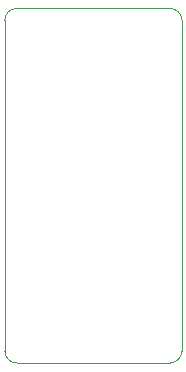
<source format=gbr>
%TF.GenerationSoftware,KiCad,Pcbnew,9.0.2*%
%TF.CreationDate,2025-08-20T10:22:47+06:00*%
%TF.ProjectId,hp3478a-fram,68703334-3738-4612-9d66-72616d2e6b69,rev?*%
%TF.SameCoordinates,Original*%
%TF.FileFunction,Profile,NP*%
%FSLAX46Y46*%
G04 Gerber Fmt 4.6, Leading zero omitted, Abs format (unit mm)*
G04 Created by KiCad (PCBNEW 9.0.2) date 2025-08-20 10:22:47*
%MOMM*%
%LPD*%
G01*
G04 APERTURE LIST*
%TA.AperFunction,Profile*%
%ADD10C,0.050000*%
%TD*%
G04 APERTURE END LIST*
D10*
X63000000Y-51000000D02*
G75*
G02*
X64000000Y-50000000I1000000J0D01*
G01*
X78000000Y-79000000D02*
G75*
G02*
X77000000Y-80000000I-1000000J0D01*
G01*
X64000000Y-80000000D02*
G75*
G02*
X63000000Y-79000000I0J1000000D01*
G01*
X63000000Y-79000000D02*
X63000000Y-51000000D01*
X78000000Y-51000000D02*
X78000000Y-79000000D01*
X77000000Y-80000000D02*
X64000000Y-80000000D01*
X64000000Y-50000000D02*
X77000000Y-50000000D01*
X77000000Y-50000000D02*
G75*
G02*
X78000000Y-51000000I0J-1000000D01*
G01*
M02*

</source>
